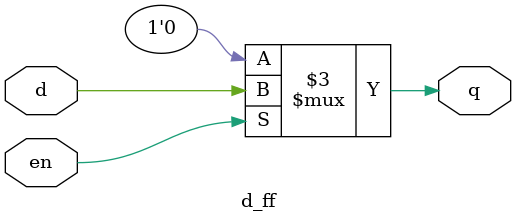
<source format=v>
module d_ff (input d,en, output reg q);
  always @(*)begin
    if(en)
      q<=d;
    else
      q<=0;
    end
  endmodule
  
    


</source>
